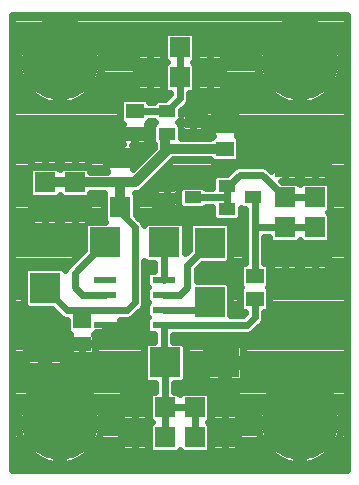
<source format=gbr>
G75*
G70*
%OFA0B0*%
%FSLAX24Y24*%
%IPPOS*%
%LPD*%
%AMOC8*
5,1,8,0,0,1.08239X$1,22.5*
%
%ADD10R,0.0551X0.0394*%
%ADD11R,0.0780X0.0220*%
%ADD12R,0.0650X0.0650*%
%ADD13R,0.0669X0.0709*%
%ADD14R,0.0591X0.0512*%
%ADD15R,0.0984X0.1004*%
%ADD16R,0.1004X0.0984*%
%ADD17C,0.2540*%
%ADD18C,0.0240*%
%ADD19C,0.0320*%
%ADD20C,0.0160*%
D10*
X006287Y011519D03*
X006287Y012267D03*
X007153Y011893D03*
X008287Y011519D03*
X008287Y012267D03*
X009153Y011893D03*
X007153Y014393D03*
X006287Y014019D03*
X006287Y014767D03*
D11*
X006190Y009143D03*
X006190Y008643D03*
X006190Y008143D03*
X006190Y007643D03*
X004250Y007643D03*
X004250Y008143D03*
X004250Y008643D03*
X004250Y009143D03*
D12*
X003220Y011393D03*
X003220Y012393D03*
X003220Y013393D03*
X002220Y013393D03*
X002220Y012393D03*
X002220Y011393D03*
X005720Y015893D03*
X005720Y016893D03*
X006720Y016893D03*
X006720Y015893D03*
X007720Y015893D03*
X007720Y016893D03*
X010220Y012893D03*
X010220Y011893D03*
X010220Y010893D03*
X010220Y009893D03*
X011220Y009893D03*
X011220Y010893D03*
X011220Y011893D03*
X011220Y012893D03*
X008220Y004893D03*
X008220Y003893D03*
X007220Y003893D03*
X006220Y003893D03*
X006220Y004893D03*
X007220Y004893D03*
X005220Y004893D03*
X005220Y003893D03*
D13*
X004720Y011586D03*
X004720Y013200D03*
D14*
X005220Y014019D03*
X005220Y014767D03*
X008220Y014267D03*
X008220Y013519D03*
X009220Y009267D03*
X009220Y008519D03*
X003470Y007767D03*
X003470Y007019D03*
D15*
X002220Y006899D03*
X002220Y008887D03*
X007720Y008399D03*
X007720Y010387D03*
D16*
X006214Y010393D03*
X004226Y010393D03*
X006226Y006393D03*
X008214Y006393D03*
D17*
X010720Y004393D03*
X002720Y004393D03*
X002720Y016393D03*
X010720Y016393D03*
D18*
X001140Y017973D02*
X001140Y002813D01*
X012300Y002813D01*
X012300Y017973D01*
X001140Y017973D01*
X001140Y017896D02*
X012300Y017896D01*
X012300Y017657D02*
X011301Y017657D01*
X011315Y017651D02*
X011189Y017704D01*
X011058Y017743D01*
X010924Y017770D01*
X010840Y017778D01*
X010840Y016513D01*
X012105Y016513D01*
X012097Y016598D01*
X012070Y016731D01*
X012030Y016862D01*
X011978Y016988D01*
X011914Y017109D01*
X011838Y017222D01*
X011751Y017328D01*
X011655Y017424D01*
X011549Y017511D01*
X011435Y017587D01*
X011315Y017651D01*
X011660Y017419D02*
X012300Y017419D01*
X012300Y017180D02*
X011866Y017180D01*
X011997Y016942D02*
X012300Y016942D01*
X012300Y016703D02*
X012076Y016703D01*
X012300Y016465D02*
X010840Y016465D01*
X010840Y016513D02*
X010840Y016273D01*
X010840Y015008D01*
X010924Y015017D01*
X011058Y015043D01*
X011189Y015083D01*
X011315Y015135D01*
X011435Y015200D01*
X011549Y015276D01*
X011655Y015362D01*
X011751Y015459D01*
X011838Y015564D01*
X011914Y015678D01*
X011978Y015798D01*
X012030Y015924D01*
X012070Y016055D01*
X012097Y016189D01*
X012105Y016273D01*
X010840Y016273D01*
X010600Y016273D01*
X010600Y015008D01*
X010516Y015017D01*
X010382Y015043D01*
X010251Y015083D01*
X010125Y015135D01*
X010005Y015200D01*
X009891Y015276D01*
X009785Y015362D01*
X009689Y015459D01*
X009602Y015564D01*
X009526Y015678D01*
X009462Y015798D01*
X009410Y015924D01*
X009370Y016055D01*
X009343Y016189D01*
X009335Y016273D01*
X010600Y016273D01*
X010600Y016513D01*
X009335Y016513D01*
X009343Y016598D01*
X009370Y016731D01*
X009410Y016862D01*
X009462Y016988D01*
X009526Y017109D01*
X009602Y017222D01*
X009689Y017328D01*
X009785Y017424D01*
X009891Y017511D01*
X010005Y017587D01*
X010125Y017651D01*
X010251Y017704D01*
X010382Y017743D01*
X010516Y017770D01*
X010600Y017778D01*
X010600Y016513D01*
X010840Y016513D01*
X010840Y016703D02*
X010600Y016703D01*
X010600Y016465D02*
X008106Y016465D01*
X008119Y016472D02*
X008141Y016495D01*
X008157Y016522D01*
X008165Y016553D01*
X008165Y016893D01*
X007720Y016893D01*
X007720Y016448D01*
X008061Y016448D01*
X008091Y016456D01*
X008119Y016472D01*
X008091Y016330D02*
X008061Y016338D01*
X007720Y016338D01*
X007379Y016338D01*
X007349Y016330D01*
X007321Y016314D01*
X007299Y016292D01*
X007283Y016265D01*
X007275Y016234D01*
X007275Y015893D01*
X007275Y015553D01*
X007283Y015522D01*
X007299Y015495D01*
X007321Y015472D01*
X007349Y015456D01*
X007379Y015448D01*
X007720Y015448D01*
X008061Y015448D01*
X008091Y015456D01*
X008119Y015472D01*
X008141Y015495D01*
X008157Y015522D01*
X008165Y015553D01*
X008165Y015893D01*
X007720Y015893D01*
X007720Y015448D01*
X007720Y015893D01*
X007720Y015893D01*
X007720Y015893D01*
X007275Y015893D01*
X007720Y015893D01*
X007720Y015893D01*
X008165Y015893D01*
X008165Y016234D01*
X008157Y016265D01*
X008141Y016292D01*
X008119Y016314D01*
X008091Y016330D01*
X008165Y016226D02*
X009340Y016226D01*
X009390Y015988D02*
X008165Y015988D01*
X008165Y015749D02*
X009488Y015749D01*
X009646Y015511D02*
X008150Y015511D01*
X007720Y015511D02*
X007720Y015511D01*
X007720Y015749D02*
X007720Y015749D01*
X007720Y015893D02*
X007720Y016338D01*
X007720Y015893D01*
X007720Y015893D01*
X007720Y015988D02*
X007720Y015988D01*
X007720Y016226D02*
X007720Y016226D01*
X007720Y016448D02*
X007720Y016893D01*
X007720Y016893D01*
X007720Y016893D01*
X007275Y016893D01*
X007275Y016553D01*
X007283Y016522D01*
X007299Y016495D01*
X007321Y016472D01*
X007349Y016456D01*
X007379Y016448D01*
X007720Y016448D01*
X007720Y016465D02*
X007720Y016465D01*
X007720Y016703D02*
X007720Y016703D01*
X007720Y016893D02*
X007720Y016893D01*
X008165Y016893D01*
X008165Y017234D01*
X008157Y017265D01*
X008141Y017292D01*
X008119Y017314D01*
X008091Y017330D01*
X008061Y017338D01*
X007720Y017338D01*
X007379Y017338D01*
X007349Y017330D01*
X007321Y017314D01*
X007299Y017292D01*
X007283Y017265D01*
X007275Y017234D01*
X007275Y016893D01*
X007720Y016893D01*
X007720Y017338D01*
X007720Y016893D01*
X007720Y016893D01*
X007720Y016942D02*
X007720Y016942D01*
X007720Y017180D02*
X007720Y017180D01*
X008165Y017180D02*
X009574Y017180D01*
X009443Y016942D02*
X008165Y016942D01*
X008165Y016703D02*
X009364Y016703D01*
X009780Y017419D02*
X003660Y017419D01*
X003655Y017424D02*
X003549Y017511D01*
X003435Y017587D01*
X003315Y017651D01*
X003189Y017704D01*
X003058Y017743D01*
X002924Y017770D01*
X002840Y017778D01*
X002840Y016513D01*
X004105Y016513D01*
X004097Y016598D01*
X004070Y016731D01*
X004030Y016862D01*
X003978Y016988D01*
X003914Y017109D01*
X003838Y017222D01*
X003751Y017328D01*
X003655Y017424D01*
X003866Y017180D02*
X005275Y017180D01*
X005275Y017234D02*
X005275Y016893D01*
X005275Y016553D01*
X005283Y016522D01*
X005299Y016495D01*
X005321Y016472D01*
X005349Y016456D01*
X005379Y016448D01*
X005720Y016448D01*
X006061Y016448D01*
X006091Y016456D01*
X006119Y016472D01*
X006141Y016495D01*
X006157Y016522D01*
X006165Y016553D01*
X006165Y016893D01*
X005720Y016893D01*
X005720Y016448D01*
X005720Y016893D01*
X005720Y016893D01*
X005720Y016893D01*
X005275Y016893D01*
X005720Y016893D01*
X005720Y016893D01*
X006165Y016893D01*
X006165Y017234D01*
X006157Y017265D01*
X006141Y017292D01*
X006119Y017314D01*
X006091Y017330D01*
X006061Y017338D01*
X005720Y017338D01*
X005379Y017338D01*
X005349Y017330D01*
X005321Y017314D01*
X005299Y017292D01*
X005283Y017265D01*
X005275Y017234D01*
X005275Y016942D02*
X003997Y016942D01*
X004076Y016703D02*
X005275Y016703D01*
X005334Y016465D02*
X002840Y016465D01*
X002840Y016513D02*
X002840Y016273D01*
X002840Y015008D01*
X002924Y015017D01*
X003058Y015043D01*
X003189Y015083D01*
X003315Y015135D01*
X003435Y015200D01*
X003549Y015276D01*
X003655Y015362D01*
X003751Y015459D01*
X003838Y015564D01*
X003914Y015678D01*
X003978Y015798D01*
X004030Y015924D01*
X004070Y016055D01*
X004097Y016189D01*
X004105Y016273D01*
X002840Y016273D01*
X002600Y016273D01*
X002600Y015008D01*
X002516Y015017D01*
X002382Y015043D01*
X002251Y015083D01*
X002125Y015135D01*
X002005Y015200D01*
X001891Y015276D01*
X001785Y015362D01*
X001689Y015459D01*
X001602Y015564D01*
X001526Y015678D01*
X001462Y015798D01*
X001410Y015924D01*
X001370Y016055D01*
X001343Y016189D01*
X001335Y016273D01*
X002600Y016273D01*
X002600Y016513D01*
X001335Y016513D01*
X001343Y016598D01*
X001370Y016731D01*
X001410Y016862D01*
X001462Y016988D01*
X001526Y017109D01*
X001602Y017222D01*
X001689Y017328D01*
X001785Y017424D01*
X001891Y017511D01*
X002005Y017587D01*
X002125Y017651D01*
X002251Y017704D01*
X002382Y017743D01*
X002516Y017770D01*
X002600Y017778D01*
X002600Y016513D01*
X002840Y016513D01*
X002840Y016703D02*
X002600Y016703D01*
X002600Y016465D02*
X001140Y016465D01*
X001140Y016703D02*
X001364Y016703D01*
X001443Y016942D02*
X001140Y016942D01*
X001140Y017180D02*
X001574Y017180D01*
X001780Y017419D02*
X001140Y017419D01*
X001140Y017657D02*
X002139Y017657D01*
X002600Y017657D02*
X002840Y017657D01*
X002840Y017419D02*
X002600Y017419D01*
X002600Y017180D02*
X002840Y017180D01*
X002840Y016942D02*
X002600Y016942D01*
X002600Y016226D02*
X002840Y016226D01*
X002840Y015988D02*
X002600Y015988D01*
X002600Y015749D02*
X002840Y015749D01*
X002840Y015511D02*
X002600Y015511D01*
X002600Y015272D02*
X002840Y015272D01*
X002840Y015034D02*
X002600Y015034D01*
X002430Y015034D02*
X001140Y015034D01*
X001140Y014795D02*
X004725Y014795D01*
X004725Y014557D02*
X001140Y014557D01*
X001140Y014318D02*
X004812Y014318D01*
X004813Y014322D02*
X004805Y014291D01*
X004805Y014027D01*
X005212Y014027D01*
X005212Y014011D01*
X005228Y014011D01*
X005228Y013643D01*
X005531Y013643D01*
X005562Y013652D01*
X005589Y013667D01*
X005611Y013690D01*
X005627Y013717D01*
X005635Y013748D01*
X005635Y014011D01*
X005228Y014011D01*
X005228Y014027D01*
X005635Y014027D01*
X005635Y014291D01*
X005627Y014322D01*
X005620Y014333D01*
X005715Y014429D01*
X005715Y014447D01*
X005852Y014447D01*
X005906Y014393D01*
X005811Y014299D01*
X005811Y013740D01*
X005860Y013691D01*
X005860Y013542D01*
X005790Y013472D01*
X005175Y012857D01*
X005175Y013153D01*
X004767Y013153D01*
X004767Y013248D01*
X004673Y013248D01*
X004673Y013675D01*
X004370Y013675D01*
X004339Y013667D01*
X004312Y013651D01*
X004289Y013628D01*
X004274Y013601D01*
X004265Y013571D01*
X004265Y013248D01*
X004673Y013248D01*
X004673Y013153D01*
X004265Y013153D01*
X004265Y012830D01*
X004274Y012800D01*
X004289Y012772D01*
X004308Y012753D01*
X003745Y012753D01*
X003745Y012801D01*
X003628Y012918D01*
X002812Y012918D01*
X002720Y012826D01*
X002628Y012918D01*
X001812Y012918D01*
X001695Y012801D01*
X001695Y011985D01*
X001812Y011868D01*
X002628Y011868D01*
X002720Y011960D01*
X002812Y011868D01*
X003628Y011868D01*
X003745Y011985D01*
X003745Y012033D01*
X004195Y012033D01*
X004185Y012023D01*
X004185Y011149D01*
X004249Y011085D01*
X003665Y011085D01*
X003665Y011393D01*
X003220Y011393D01*
X003220Y010948D01*
X003524Y010948D01*
X003524Y010144D01*
X002949Y009569D01*
X002910Y009475D01*
X002795Y009589D01*
X001645Y009589D01*
X001528Y009472D01*
X001528Y008303D01*
X001645Y008185D01*
X002469Y008185D01*
X002783Y007872D01*
X002900Y007823D01*
X002975Y007823D01*
X002975Y007429D01*
X003070Y007333D01*
X003063Y007322D01*
X003055Y007291D01*
X003055Y007027D01*
X003462Y007027D01*
X003462Y007011D01*
X003478Y007011D01*
X003478Y006643D01*
X003781Y006643D01*
X003812Y006652D01*
X003839Y006667D01*
X003861Y006690D01*
X003877Y006717D01*
X003885Y006748D01*
X003885Y007011D01*
X003478Y007011D01*
X003478Y007027D01*
X003885Y007027D01*
X003885Y007291D01*
X003877Y007322D01*
X003870Y007333D01*
X003950Y007413D01*
X004250Y007413D01*
X004656Y007413D01*
X004686Y007421D01*
X004714Y007437D01*
X004736Y007460D01*
X004752Y007487D01*
X004760Y007518D01*
X004760Y007643D01*
X004250Y007643D01*
X004250Y007413D01*
X004250Y007643D01*
X004250Y007643D01*
X004250Y007643D01*
X004760Y007643D01*
X004760Y007769D01*
X004752Y007800D01*
X004738Y007823D01*
X005034Y007823D01*
X005151Y007872D01*
X005241Y007962D01*
X005401Y008122D01*
X005491Y008212D01*
X005540Y008330D01*
X005540Y009790D01*
X005629Y009701D01*
X005870Y009701D01*
X005870Y009453D01*
X005717Y009453D01*
X005600Y009336D01*
X005600Y008950D01*
X005657Y008893D01*
X005600Y008836D01*
X005600Y008450D01*
X005657Y008393D01*
X005600Y008336D01*
X005600Y007950D01*
X005657Y007893D01*
X005600Y007836D01*
X005600Y007450D01*
X005717Y007333D01*
X005870Y007333D01*
X005870Y007085D01*
X005641Y007085D01*
X005524Y006968D01*
X005524Y005818D01*
X005641Y005701D01*
X005900Y005701D01*
X005900Y005418D01*
X005812Y005418D01*
X005695Y005301D01*
X005695Y004485D01*
X005787Y004393D01*
X005695Y004301D01*
X005695Y003485D01*
X005812Y003368D01*
X006628Y003368D01*
X006720Y003460D01*
X006812Y003368D01*
X007628Y003368D01*
X007745Y003485D01*
X007745Y004301D01*
X007653Y004393D01*
X007745Y004485D01*
X007745Y005301D01*
X007628Y005418D01*
X006812Y005418D01*
X006720Y005326D01*
X006628Y005418D01*
X006540Y005418D01*
X006540Y005701D01*
X006811Y005701D01*
X006928Y005818D01*
X006928Y006968D01*
X006811Y007085D01*
X006510Y007085D01*
X006510Y007323D01*
X009034Y007323D01*
X009151Y007372D01*
X009401Y007622D01*
X009491Y007712D01*
X009540Y007830D01*
X009540Y008063D01*
X009598Y008063D01*
X009715Y008181D01*
X009715Y008858D01*
X009680Y008893D01*
X009715Y008929D01*
X009715Y009606D01*
X009598Y009723D01*
X009540Y009723D01*
X009540Y010573D01*
X009695Y010573D01*
X009695Y010485D01*
X009812Y010368D01*
X010628Y010368D01*
X010720Y010460D01*
X010812Y010368D01*
X011628Y010368D01*
X011745Y010485D01*
X011745Y011301D01*
X011653Y011393D01*
X011745Y011485D01*
X011745Y012301D01*
X011628Y012418D01*
X010812Y012418D01*
X010720Y012326D01*
X010628Y012418D01*
X010148Y012418D01*
X010118Y012448D01*
X010220Y012448D01*
X010561Y012448D01*
X010591Y012456D01*
X010619Y012472D01*
X010641Y012495D01*
X010657Y012522D01*
X010665Y012553D01*
X010665Y012893D01*
X010220Y012893D01*
X010220Y012448D01*
X010220Y012893D01*
X010220Y012893D01*
X009775Y012893D01*
X009775Y012791D01*
X009651Y012915D01*
X009534Y012963D01*
X008656Y012963D01*
X008539Y012915D01*
X008449Y012825D01*
X008288Y012664D01*
X007928Y012664D01*
X007811Y012547D01*
X007811Y012213D01*
X007588Y012213D01*
X007512Y012290D01*
X006795Y012290D01*
X006683Y012178D01*
X006683Y012267D01*
X006287Y012267D01*
X006287Y011950D01*
X006578Y011950D01*
X006609Y011959D01*
X006636Y011974D01*
X006659Y011997D01*
X006674Y012024D01*
X006677Y012036D01*
X006677Y011751D01*
X006674Y011762D01*
X006659Y011790D01*
X006636Y011812D01*
X006609Y011828D01*
X006578Y011836D01*
X006287Y011836D01*
X006287Y011519D01*
X006287Y011202D01*
X006578Y011202D01*
X006609Y011211D01*
X006636Y011226D01*
X006659Y011249D01*
X006674Y011276D01*
X006683Y011307D01*
X006683Y011519D01*
X006287Y011519D01*
X006287Y011519D01*
X006287Y011202D01*
X005996Y011202D01*
X005965Y011211D01*
X005938Y011226D01*
X005915Y011249D01*
X005900Y011276D01*
X005891Y011307D01*
X005891Y011519D01*
X006287Y011519D01*
X006287Y011519D01*
X006287Y011519D01*
X006683Y011519D01*
X006683Y011609D01*
X006795Y011496D01*
X007512Y011496D01*
X007588Y011573D01*
X007811Y011573D01*
X007811Y011240D01*
X007928Y011122D01*
X008645Y011122D01*
X008763Y011240D01*
X008763Y011529D01*
X008795Y011496D01*
X008900Y011496D01*
X008900Y009723D01*
X008842Y009723D01*
X008725Y009606D01*
X008725Y008929D01*
X008760Y008893D01*
X008725Y008858D01*
X008725Y008181D01*
X008842Y008063D01*
X008900Y008063D01*
X008900Y008026D01*
X008837Y007963D01*
X008412Y007963D01*
X008412Y008984D01*
X008295Y009101D01*
X007290Y009101D01*
X007290Y009505D01*
X007471Y009685D01*
X008295Y009685D01*
X008412Y009803D01*
X008412Y010972D01*
X008295Y011089D01*
X007145Y011089D01*
X007028Y010972D01*
X007028Y010148D01*
X006916Y010036D01*
X006916Y010968D01*
X006799Y011085D01*
X005629Y011085D01*
X005529Y010985D01*
X005491Y011075D01*
X005401Y011165D01*
X005255Y011311D01*
X005255Y012023D01*
X005245Y012033D01*
X005292Y012033D01*
X005424Y012088D01*
X006299Y012963D01*
X006495Y013159D01*
X007746Y013159D01*
X007842Y013063D01*
X008598Y013063D01*
X008715Y013181D01*
X008715Y013858D01*
X008620Y013953D01*
X008627Y013965D01*
X008635Y013996D01*
X008635Y014259D01*
X008228Y014259D01*
X008228Y014275D01*
X008635Y014275D01*
X008635Y014539D01*
X008627Y014570D01*
X008611Y014597D01*
X008589Y014619D01*
X008562Y014635D01*
X008531Y014643D01*
X008228Y014643D01*
X008228Y014275D01*
X008212Y014275D01*
X008212Y014259D01*
X007805Y014259D01*
X007805Y013996D01*
X007813Y013965D01*
X007820Y013953D01*
X007746Y013879D01*
X006763Y013879D01*
X006763Y014162D01*
X006766Y014150D01*
X006781Y014123D01*
X006804Y014100D01*
X006831Y014085D01*
X006862Y014076D01*
X007153Y014076D01*
X007153Y014393D01*
X007153Y014393D01*
X007153Y014076D01*
X007444Y014076D01*
X007475Y014085D01*
X007502Y014100D01*
X007525Y014123D01*
X007540Y014150D01*
X007549Y014181D01*
X007549Y014393D01*
X007153Y014393D01*
X006757Y014393D01*
X006757Y014304D01*
X006668Y014393D01*
X006757Y014483D01*
X006757Y014393D01*
X007153Y014393D01*
X007153Y014393D01*
X007153Y014393D01*
X007549Y014393D01*
X007549Y014606D01*
X007540Y014636D01*
X007525Y014664D01*
X007502Y014686D01*
X007475Y014702D01*
X007444Y014710D01*
X007153Y014710D01*
X006862Y014710D01*
X006831Y014702D01*
X006804Y014686D01*
X006781Y014664D01*
X006766Y014636D01*
X006763Y014625D01*
X006763Y014790D01*
X006991Y015019D01*
X007040Y015137D01*
X007040Y015368D01*
X007128Y015368D01*
X007245Y015485D01*
X007245Y016301D01*
X007153Y016393D01*
X007245Y016485D01*
X007245Y017301D01*
X007128Y017418D01*
X006312Y017418D01*
X006195Y017301D01*
X006195Y016485D01*
X006287Y016393D01*
X006195Y016301D01*
X006195Y015485D01*
X006312Y015368D01*
X006400Y015368D01*
X006400Y015333D01*
X006231Y015164D01*
X005928Y015164D01*
X005852Y015087D01*
X005715Y015087D01*
X005715Y015106D01*
X005598Y015223D01*
X004842Y015223D01*
X004725Y015106D01*
X004725Y014429D01*
X004820Y014333D01*
X004813Y014322D01*
X004805Y014080D02*
X001140Y014080D01*
X001140Y013841D02*
X004805Y013841D01*
X004805Y013748D02*
X004813Y013717D01*
X004829Y013690D01*
X004844Y013675D01*
X004767Y013675D01*
X004767Y013248D01*
X005175Y013248D01*
X005175Y013571D01*
X005166Y013601D01*
X005151Y013628D01*
X005136Y013643D01*
X005212Y013643D01*
X005212Y014011D01*
X004805Y014011D01*
X004805Y013748D01*
X004767Y013603D02*
X004673Y013603D01*
X004673Y013364D02*
X004767Y013364D01*
X005175Y013364D02*
X005682Y013364D01*
X005443Y013126D02*
X005175Y013126D01*
X005175Y012887D02*
X005205Y012887D01*
X005165Y013603D02*
X005860Y013603D01*
X005811Y013841D02*
X005635Y013841D01*
X005635Y014080D02*
X005811Y014080D01*
X005831Y014318D02*
X005628Y014318D01*
X005220Y014767D02*
X006287Y014767D01*
X006720Y015200D01*
X006720Y015893D01*
X006720Y016893D01*
X007245Y016942D02*
X007275Y016942D01*
X007275Y017180D02*
X007245Y017180D01*
X007245Y016703D02*
X007275Y016703D01*
X007224Y016465D02*
X007334Y016465D01*
X007275Y016226D02*
X007245Y016226D01*
X007245Y015988D02*
X007275Y015988D01*
X007275Y015749D02*
X007245Y015749D01*
X007245Y015511D02*
X007290Y015511D01*
X007040Y015272D02*
X009896Y015272D01*
X010430Y015034D02*
X006997Y015034D01*
X007153Y014710D02*
X007153Y014393D01*
X007153Y014393D01*
X007153Y014710D01*
X007153Y014557D02*
X007153Y014557D01*
X007153Y014318D02*
X007153Y014318D01*
X007153Y014080D02*
X007153Y014080D01*
X006849Y014080D02*
X006763Y014080D01*
X006743Y014318D02*
X006757Y014318D01*
X006767Y014795D02*
X012300Y014795D01*
X012300Y014557D02*
X008631Y014557D01*
X008635Y014318D02*
X012300Y014318D01*
X012300Y014080D02*
X008635Y014080D01*
X008715Y013841D02*
X012300Y013841D01*
X012300Y013603D02*
X008715Y013603D01*
X008715Y013364D02*
X012300Y013364D01*
X012300Y013126D02*
X011665Y013126D01*
X011665Y013234D02*
X011665Y012893D01*
X011665Y012553D01*
X011657Y012522D01*
X011641Y012495D01*
X011619Y012472D01*
X011591Y012456D01*
X011561Y012448D01*
X011220Y012448D01*
X011220Y012893D01*
X011220Y012893D01*
X011220Y012448D01*
X010879Y012448D01*
X010849Y012456D01*
X010821Y012472D01*
X010799Y012495D01*
X010783Y012522D01*
X010775Y012553D01*
X010775Y012893D01*
X011220Y012893D01*
X011220Y012893D01*
X011220Y012893D01*
X011665Y012893D01*
X011220Y012893D01*
X010775Y012893D01*
X010775Y013234D01*
X010783Y013265D01*
X010799Y013292D01*
X010821Y013314D01*
X010849Y013330D01*
X010879Y013338D01*
X011220Y013338D01*
X011220Y012893D01*
X011220Y012893D01*
X011220Y013338D01*
X011561Y013338D01*
X011591Y013330D01*
X011619Y013314D01*
X011641Y013292D01*
X011657Y013265D01*
X011665Y013234D01*
X011665Y012887D02*
X012300Y012887D01*
X012300Y012649D02*
X011665Y012649D01*
X011636Y012410D02*
X012300Y012410D01*
X012300Y012172D02*
X011745Y012172D01*
X011745Y011933D02*
X012300Y011933D01*
X012300Y011695D02*
X011745Y011695D01*
X011716Y011456D02*
X012300Y011456D01*
X012300Y011218D02*
X011745Y011218D01*
X011745Y010979D02*
X012300Y010979D01*
X012300Y010741D02*
X011745Y010741D01*
X011745Y010502D02*
X012300Y010502D01*
X012300Y010264D02*
X011657Y010264D01*
X011657Y010265D02*
X011641Y010292D01*
X011619Y010314D01*
X011591Y010330D01*
X011561Y010338D01*
X011220Y010338D01*
X010879Y010338D01*
X010849Y010330D01*
X010821Y010314D01*
X010799Y010292D01*
X010783Y010265D01*
X010775Y010234D01*
X010775Y009893D01*
X010775Y009553D01*
X010783Y009522D01*
X010799Y009495D01*
X010821Y009472D01*
X010849Y009456D01*
X010879Y009448D01*
X011220Y009448D01*
X011561Y009448D01*
X011591Y009456D01*
X011619Y009472D01*
X011641Y009495D01*
X011657Y009522D01*
X011665Y009553D01*
X011665Y009893D01*
X011220Y009893D01*
X011220Y009448D01*
X011220Y009893D01*
X011220Y009893D01*
X010775Y009893D01*
X011220Y009893D01*
X011220Y009893D01*
X011220Y009893D01*
X011665Y009893D01*
X011665Y010234D01*
X011657Y010265D01*
X011665Y010025D02*
X012300Y010025D01*
X012300Y009787D02*
X011665Y009787D01*
X011664Y009548D02*
X012300Y009548D01*
X012300Y009310D02*
X009715Y009310D01*
X009821Y009472D02*
X009849Y009456D01*
X009879Y009448D01*
X010220Y009448D01*
X010561Y009448D01*
X010591Y009456D01*
X010619Y009472D01*
X010641Y009495D01*
X010657Y009522D01*
X010665Y009553D01*
X010665Y009893D01*
X010220Y009893D01*
X010220Y009448D01*
X010220Y009893D01*
X010220Y009893D01*
X009775Y009893D01*
X009775Y009553D01*
X009783Y009522D01*
X009799Y009495D01*
X009821Y009472D01*
X009776Y009548D02*
X009715Y009548D01*
X009775Y009787D02*
X009540Y009787D01*
X009540Y010025D02*
X009775Y010025D01*
X009775Y009893D02*
X010220Y009893D01*
X010220Y009893D01*
X010220Y009893D01*
X010665Y009893D01*
X010665Y010234D01*
X010657Y010265D01*
X010641Y010292D01*
X010619Y010314D01*
X010591Y010330D01*
X010561Y010338D01*
X010220Y010338D01*
X009879Y010338D01*
X009849Y010330D01*
X009821Y010314D01*
X009799Y010292D01*
X009783Y010265D01*
X009775Y010234D01*
X009775Y009893D01*
X009783Y010264D02*
X009540Y010264D01*
X009540Y010502D02*
X009695Y010502D01*
X010220Y010338D02*
X010220Y009893D01*
X010220Y009893D01*
X010220Y010338D01*
X010220Y010264D02*
X010220Y010264D01*
X010220Y010025D02*
X010220Y010025D01*
X010220Y009787D02*
X010220Y009787D01*
X010220Y009548D02*
X010220Y009548D01*
X010664Y009548D02*
X010776Y009548D01*
X010775Y009787D02*
X010665Y009787D01*
X010665Y010025D02*
X010775Y010025D01*
X010783Y010264D02*
X010657Y010264D01*
X010220Y010893D02*
X009220Y010893D01*
X009220Y011826D01*
X009153Y011893D01*
X008900Y011456D02*
X008763Y011456D01*
X008741Y011218D02*
X008900Y011218D01*
X008900Y010979D02*
X008405Y010979D01*
X008412Y010741D02*
X008900Y010741D01*
X008900Y010502D02*
X008412Y010502D01*
X008412Y010264D02*
X008900Y010264D01*
X008900Y010025D02*
X008412Y010025D01*
X008396Y009787D02*
X008900Y009787D01*
X008725Y009548D02*
X007333Y009548D01*
X007290Y009310D02*
X008725Y009310D01*
X008725Y009071D02*
X008325Y009071D01*
X008412Y008833D02*
X008725Y008833D01*
X008725Y008594D02*
X008412Y008594D01*
X008412Y008356D02*
X008725Y008356D01*
X008788Y008117D02*
X008412Y008117D01*
X008970Y007643D02*
X009220Y007893D01*
X009220Y008519D01*
X009652Y008117D02*
X012300Y008117D01*
X012300Y007879D02*
X009540Y007879D01*
X009420Y007640D02*
X012300Y007640D01*
X012300Y007402D02*
X009181Y007402D01*
X008970Y007643D02*
X006190Y007643D01*
X006190Y006893D01*
X006220Y006863D01*
X006220Y004893D01*
X007220Y004893D01*
X007220Y003893D01*
X007745Y003824D02*
X007775Y003824D01*
X007775Y003893D02*
X007775Y003553D01*
X007783Y003522D01*
X007799Y003495D01*
X007821Y003472D01*
X007849Y003456D01*
X007879Y003448D01*
X008220Y003448D01*
X008561Y003448D01*
X008591Y003456D01*
X008619Y003472D01*
X008641Y003495D01*
X008657Y003522D01*
X008665Y003553D01*
X008665Y003893D01*
X008220Y003893D01*
X008220Y003448D01*
X008220Y003893D01*
X008220Y003893D01*
X008220Y003893D01*
X007775Y003893D01*
X008220Y003893D01*
X008220Y003893D01*
X008665Y003893D01*
X008665Y004234D01*
X008657Y004265D01*
X008641Y004292D01*
X008619Y004314D01*
X008591Y004330D01*
X008561Y004338D01*
X008220Y004338D01*
X007879Y004338D01*
X007849Y004330D01*
X007821Y004314D01*
X007799Y004292D01*
X007783Y004265D01*
X007775Y004234D01*
X007775Y003893D01*
X007775Y004063D02*
X007745Y004063D01*
X007745Y004301D02*
X007808Y004301D01*
X007849Y004456D02*
X007879Y004448D01*
X008220Y004448D01*
X008561Y004448D01*
X008591Y004456D01*
X008619Y004472D01*
X008641Y004495D01*
X008657Y004522D01*
X008665Y004553D01*
X008665Y004893D01*
X008220Y004893D01*
X008220Y004448D01*
X008220Y004893D01*
X008220Y004893D01*
X008220Y004893D01*
X007775Y004893D01*
X007775Y004553D01*
X007783Y004522D01*
X007799Y004495D01*
X007821Y004472D01*
X007849Y004456D01*
X007778Y004540D02*
X007745Y004540D01*
X007745Y004778D02*
X007775Y004778D01*
X007775Y004893D02*
X008220Y004893D01*
X008220Y004893D01*
X008665Y004893D01*
X008665Y005234D01*
X008657Y005265D01*
X008641Y005292D01*
X008619Y005314D01*
X008591Y005330D01*
X008561Y005338D01*
X008220Y005338D01*
X007879Y005338D01*
X007849Y005330D01*
X007821Y005314D01*
X007799Y005292D01*
X007783Y005265D01*
X007775Y005234D01*
X007775Y004893D01*
X007775Y005017D02*
X007745Y005017D01*
X007745Y005255D02*
X007781Y005255D01*
X008220Y005255D02*
X008220Y005255D01*
X008220Y005338D02*
X008220Y004893D01*
X008220Y004893D01*
X008220Y005338D01*
X008220Y005017D02*
X008220Y005017D01*
X008220Y004778D02*
X008220Y004778D01*
X008220Y004540D02*
X008220Y004540D01*
X008220Y004338D02*
X008220Y003893D01*
X008220Y003893D01*
X008220Y004338D01*
X008220Y004301D02*
X008220Y004301D01*
X008220Y004063D02*
X008220Y004063D01*
X008220Y003824D02*
X008220Y003824D01*
X008220Y003586D02*
X008220Y003586D01*
X008665Y003586D02*
X009588Y003586D01*
X009602Y003564D02*
X009689Y003459D01*
X009785Y003362D01*
X009891Y003276D01*
X010005Y003200D01*
X010125Y003135D01*
X010251Y003083D01*
X010382Y003043D01*
X010516Y003017D01*
X010600Y003008D01*
X010600Y004273D01*
X010840Y004273D01*
X010840Y003008D01*
X010924Y003017D01*
X011058Y003043D01*
X011189Y003083D01*
X011315Y003135D01*
X011435Y003200D01*
X011549Y003276D01*
X011655Y003362D01*
X011751Y003459D01*
X011838Y003564D01*
X011914Y003678D01*
X011978Y003798D01*
X012030Y003924D01*
X012070Y004055D01*
X012097Y004189D01*
X012105Y004273D01*
X010840Y004273D01*
X010840Y004513D01*
X012105Y004513D01*
X012097Y004598D01*
X012070Y004731D01*
X012030Y004862D01*
X011978Y004988D01*
X011914Y005109D01*
X011838Y005222D01*
X011751Y005328D01*
X011655Y005424D01*
X011549Y005511D01*
X011435Y005587D01*
X011315Y005651D01*
X011189Y005704D01*
X011058Y005743D01*
X010924Y005770D01*
X010840Y005778D01*
X010840Y004513D01*
X010600Y004513D01*
X010600Y004273D01*
X009335Y004273D01*
X009343Y004189D01*
X009370Y004055D01*
X009410Y003924D01*
X009462Y003798D01*
X009526Y003678D01*
X009602Y003564D01*
X009451Y003824D02*
X008665Y003824D01*
X008665Y004063D02*
X009369Y004063D01*
X009335Y004513D02*
X010600Y004513D01*
X010600Y005778D01*
X010516Y005770D01*
X010382Y005743D01*
X010251Y005704D01*
X010125Y005651D01*
X010005Y005587D01*
X009891Y005511D01*
X009785Y005424D01*
X009689Y005328D01*
X009602Y005222D01*
X009526Y005109D01*
X009462Y004988D01*
X009410Y004862D01*
X009370Y004731D01*
X009343Y004598D01*
X009335Y004513D01*
X009338Y004540D02*
X008662Y004540D01*
X008665Y004778D02*
X009384Y004778D01*
X009477Y005017D02*
X008665Y005017D01*
X008659Y005255D02*
X009629Y005255D01*
X009870Y005494D02*
X006540Y005494D01*
X006842Y005732D02*
X010346Y005732D01*
X010600Y005732D02*
X010840Y005732D01*
X010840Y005494D02*
X010600Y005494D01*
X010600Y005255D02*
X010840Y005255D01*
X010840Y005017D02*
X010600Y005017D01*
X010600Y004778D02*
X010840Y004778D01*
X010840Y004540D02*
X010600Y004540D01*
X010600Y004301D02*
X008632Y004301D01*
X007775Y003586D02*
X007745Y003586D01*
X006220Y003893D02*
X006220Y004893D01*
X005900Y005494D02*
X003570Y005494D01*
X003549Y005511D02*
X003435Y005587D01*
X003315Y005651D01*
X003189Y005704D01*
X003058Y005743D01*
X002924Y005770D01*
X002840Y005778D01*
X002840Y004513D01*
X004105Y004513D01*
X004097Y004598D01*
X004070Y004731D01*
X004030Y004862D01*
X003978Y004988D01*
X003914Y005109D01*
X003838Y005222D01*
X003751Y005328D01*
X003655Y005424D01*
X003549Y005511D01*
X003811Y005255D02*
X004781Y005255D01*
X004783Y005265D02*
X004775Y005234D01*
X004775Y004893D01*
X004775Y004553D01*
X004783Y004522D01*
X004799Y004495D01*
X004821Y004472D01*
X004849Y004456D01*
X004879Y004448D01*
X005220Y004448D01*
X005561Y004448D01*
X005591Y004456D01*
X005619Y004472D01*
X005641Y004495D01*
X005657Y004522D01*
X005665Y004553D01*
X005665Y004893D01*
X005220Y004893D01*
X005220Y004448D01*
X005220Y004893D01*
X005220Y004893D01*
X005220Y004893D01*
X004775Y004893D01*
X005220Y004893D01*
X005220Y004893D01*
X005665Y004893D01*
X005665Y005234D01*
X005657Y005265D01*
X005641Y005292D01*
X005619Y005314D01*
X005591Y005330D01*
X005561Y005338D01*
X005220Y005338D01*
X004879Y005338D01*
X004849Y005330D01*
X004821Y005314D01*
X004799Y005292D01*
X004783Y005265D01*
X004775Y005017D02*
X003963Y005017D01*
X004056Y004778D02*
X004775Y004778D01*
X004778Y004540D02*
X004102Y004540D01*
X004105Y004273D02*
X002840Y004273D01*
X002840Y003008D01*
X002924Y003017D01*
X003058Y003043D01*
X003189Y003083D01*
X003315Y003135D01*
X003435Y003200D01*
X003549Y003276D01*
X003655Y003362D01*
X003751Y003459D01*
X003838Y003564D01*
X003914Y003678D01*
X003978Y003798D01*
X004030Y003924D01*
X004070Y004055D01*
X004097Y004189D01*
X004105Y004273D01*
X004071Y004063D02*
X004775Y004063D01*
X004775Y003893D02*
X005220Y003893D01*
X005220Y003448D01*
X005561Y003448D01*
X005591Y003456D01*
X005619Y003472D01*
X005641Y003495D01*
X005657Y003522D01*
X005665Y003553D01*
X005665Y003893D01*
X005220Y003893D01*
X005220Y003893D01*
X005220Y003448D01*
X004879Y003448D01*
X004849Y003456D01*
X004821Y003472D01*
X004799Y003495D01*
X004783Y003522D01*
X004775Y003553D01*
X004775Y003893D01*
X005220Y003893D01*
X005220Y003893D01*
X005220Y003893D01*
X005665Y003893D01*
X005665Y004234D01*
X005657Y004265D01*
X005641Y004292D01*
X005619Y004314D01*
X005591Y004330D01*
X005561Y004338D01*
X005220Y004338D01*
X004879Y004338D01*
X004849Y004330D01*
X004821Y004314D01*
X004799Y004292D01*
X004783Y004265D01*
X004775Y004234D01*
X004775Y003893D01*
X004775Y003824D02*
X003989Y003824D01*
X003852Y003586D02*
X004775Y003586D01*
X005220Y003586D02*
X005220Y003586D01*
X005220Y003824D02*
X005220Y003824D01*
X005220Y003893D02*
X005220Y004338D01*
X005220Y003893D01*
X005220Y003893D01*
X005220Y004063D02*
X005220Y004063D01*
X005220Y004301D02*
X005220Y004301D01*
X005220Y004540D02*
X005220Y004540D01*
X005220Y004778D02*
X005220Y004778D01*
X005220Y004893D02*
X005220Y005338D01*
X005220Y004893D01*
X005220Y004893D01*
X005220Y005017D02*
X005220Y005017D01*
X005220Y005255D02*
X005220Y005255D01*
X005659Y005255D02*
X005695Y005255D01*
X005695Y005017D02*
X005665Y005017D01*
X005665Y004778D02*
X005695Y004778D01*
X005695Y004540D02*
X005662Y004540D01*
X005632Y004301D02*
X005695Y004301D01*
X005695Y004063D02*
X005665Y004063D01*
X005665Y003824D02*
X005695Y003824D01*
X005695Y003586D02*
X005665Y003586D01*
X004808Y004301D02*
X002840Y004301D01*
X002840Y004273D02*
X002840Y004513D01*
X002600Y004513D01*
X002600Y004273D01*
X002840Y004273D01*
X002840Y004063D02*
X002600Y004063D01*
X002600Y004273D02*
X002600Y003008D01*
X002516Y003017D01*
X002382Y003043D01*
X002251Y003083D01*
X002125Y003135D01*
X002005Y003200D01*
X001891Y003276D01*
X001785Y003362D01*
X001689Y003459D01*
X001602Y003564D01*
X001526Y003678D01*
X001462Y003798D01*
X001410Y003924D01*
X001370Y004055D01*
X001343Y004189D01*
X001335Y004273D01*
X002600Y004273D01*
X002600Y004301D02*
X001140Y004301D01*
X001140Y004540D02*
X001338Y004540D01*
X001335Y004513D02*
X002600Y004513D01*
X002600Y005778D01*
X002516Y005770D01*
X002382Y005743D01*
X002251Y005704D01*
X002125Y005651D01*
X002005Y005587D01*
X001891Y005511D01*
X001785Y005424D01*
X001689Y005328D01*
X001602Y005222D01*
X001526Y005109D01*
X001462Y004988D01*
X001410Y004862D01*
X001370Y004731D01*
X001343Y004598D01*
X001335Y004513D01*
X001384Y004778D02*
X001140Y004778D01*
X001140Y005017D02*
X001477Y005017D01*
X001629Y005255D02*
X001140Y005255D01*
X001140Y005494D02*
X001870Y005494D01*
X002346Y005732D02*
X001140Y005732D01*
X001140Y005971D02*
X005524Y005971D01*
X005524Y006209D02*
X001140Y006209D01*
X001140Y006448D02*
X001608Y006448D01*
X001608Y006381D02*
X001616Y006351D01*
X001632Y006324D01*
X001654Y006301D01*
X001682Y006285D01*
X001712Y006277D01*
X002100Y006277D01*
X002100Y006779D01*
X002340Y006779D01*
X002340Y006277D01*
X002728Y006277D01*
X002758Y006285D01*
X002786Y006301D01*
X002808Y006324D01*
X002824Y006351D01*
X002832Y006381D01*
X002832Y006779D01*
X002340Y006779D01*
X002340Y007019D01*
X002832Y007019D01*
X002832Y007417D01*
X002824Y007447D01*
X002808Y007475D01*
X002786Y007497D01*
X002758Y007513D01*
X002728Y007521D01*
X002340Y007521D01*
X002340Y007019D01*
X002100Y007019D01*
X002100Y006779D01*
X001608Y006779D01*
X001608Y006381D01*
X001608Y006686D02*
X001140Y006686D01*
X001140Y006925D02*
X002100Y006925D01*
X002100Y007019D02*
X001608Y007019D01*
X001608Y007417D01*
X001616Y007447D01*
X001632Y007475D01*
X001654Y007497D01*
X001682Y007513D01*
X001712Y007521D01*
X002100Y007521D01*
X002100Y007019D01*
X002100Y007163D02*
X002340Y007163D01*
X002340Y006925D02*
X003055Y006925D01*
X003055Y007011D02*
X003055Y006748D01*
X003063Y006717D01*
X003079Y006690D01*
X003101Y006667D01*
X003128Y006652D01*
X003159Y006643D01*
X003462Y006643D01*
X003462Y007011D01*
X003055Y007011D01*
X003055Y007163D02*
X002832Y007163D01*
X002832Y007402D02*
X003001Y007402D01*
X002975Y007640D02*
X001140Y007640D01*
X001140Y007879D02*
X002776Y007879D01*
X002964Y008143D02*
X002220Y008887D01*
X001528Y008833D02*
X001140Y008833D01*
X001140Y009071D02*
X001528Y009071D01*
X001528Y009310D02*
X001140Y009310D01*
X001140Y009548D02*
X001604Y009548D01*
X001140Y009787D02*
X003167Y009787D01*
X002940Y009548D02*
X002836Y009548D01*
X003220Y009387D02*
X004226Y010393D01*
X003524Y010502D02*
X001140Y010502D01*
X001140Y010264D02*
X003524Y010264D01*
X003405Y010025D02*
X001140Y010025D01*
X001140Y010741D02*
X003524Y010741D01*
X003220Y010948D02*
X003220Y011393D01*
X003220Y011393D01*
X002775Y011393D01*
X002775Y011053D01*
X002783Y011022D01*
X002799Y010995D01*
X002821Y010972D01*
X002849Y010956D01*
X002879Y010948D01*
X003220Y010948D01*
X003220Y010979D02*
X003220Y010979D01*
X003220Y011218D02*
X003220Y011218D01*
X003220Y011393D02*
X003220Y011393D01*
X003220Y011393D01*
X002775Y011393D01*
X002775Y011734D01*
X002783Y011765D01*
X002799Y011792D01*
X002821Y011814D01*
X002849Y011830D01*
X002879Y011838D01*
X003220Y011838D01*
X003220Y011393D01*
X003665Y011393D01*
X003665Y011734D01*
X003657Y011765D01*
X003641Y011792D01*
X003619Y011814D01*
X003591Y011830D01*
X003561Y011838D01*
X003220Y011838D01*
X003220Y011393D01*
X003220Y011393D01*
X003220Y011456D02*
X003220Y011456D01*
X003220Y011695D02*
X003220Y011695D01*
X003665Y011695D02*
X004185Y011695D01*
X004185Y011456D02*
X003665Y011456D01*
X003665Y011218D02*
X004185Y011218D01*
X004720Y011393D02*
X005220Y010893D01*
X005220Y008393D01*
X004970Y008143D01*
X004250Y008143D01*
X003720Y008143D01*
X002964Y008143D01*
X002538Y008117D02*
X001140Y008117D01*
X001140Y008356D02*
X001528Y008356D01*
X001528Y008594D02*
X001140Y008594D01*
X001140Y007402D02*
X001608Y007402D01*
X001608Y007163D02*
X001140Y007163D01*
X002100Y007402D02*
X002340Y007402D01*
X002220Y006899D02*
X003600Y006899D01*
X003470Y007019D01*
X003462Y006925D02*
X003478Y006925D01*
X003462Y006686D02*
X003478Y006686D01*
X003858Y006686D02*
X005524Y006686D01*
X005524Y006448D02*
X002832Y006448D01*
X002832Y006686D02*
X003082Y006686D01*
X002340Y006686D02*
X002100Y006686D01*
X002100Y006448D02*
X002340Y006448D01*
X002600Y005732D02*
X002840Y005732D01*
X002840Y005494D02*
X002600Y005494D01*
X002600Y005255D02*
X002840Y005255D01*
X002840Y005017D02*
X002600Y005017D01*
X002600Y004778D02*
X002840Y004778D01*
X002840Y004540D02*
X002600Y004540D01*
X002600Y003824D02*
X002840Y003824D01*
X002840Y003586D02*
X002600Y003586D01*
X002600Y003347D02*
X002840Y003347D01*
X002840Y003109D02*
X002600Y003109D01*
X002189Y003109D02*
X001140Y003109D01*
X001140Y003347D02*
X001803Y003347D01*
X001588Y003586D02*
X001140Y003586D01*
X001140Y003824D02*
X001451Y003824D01*
X001369Y004063D02*
X001140Y004063D01*
X001140Y002870D02*
X012300Y002870D01*
X012300Y003109D02*
X011251Y003109D01*
X011637Y003347D02*
X012300Y003347D01*
X012300Y003586D02*
X011852Y003586D01*
X011989Y003824D02*
X012300Y003824D01*
X012300Y004063D02*
X012071Y004063D01*
X012300Y004301D02*
X010840Y004301D01*
X010840Y004063D02*
X010600Y004063D01*
X010600Y003824D02*
X010840Y003824D01*
X010840Y003586D02*
X010600Y003586D01*
X010600Y003347D02*
X010840Y003347D01*
X010840Y003109D02*
X010600Y003109D01*
X010189Y003109D02*
X003251Y003109D01*
X003637Y003347D02*
X009803Y003347D01*
X011570Y005494D02*
X012300Y005494D01*
X012300Y005732D02*
X011094Y005732D01*
X011811Y005255D02*
X012300Y005255D01*
X012300Y005017D02*
X011963Y005017D01*
X012056Y004778D02*
X012300Y004778D01*
X012300Y004540D02*
X012102Y004540D01*
X012300Y005971D02*
X008836Y005971D01*
X008836Y005885D02*
X008836Y006273D01*
X008334Y006273D01*
X008334Y005781D01*
X008732Y005781D01*
X008762Y005789D01*
X008790Y005805D01*
X008812Y005827D01*
X008828Y005855D01*
X008836Y005885D01*
X008836Y006209D02*
X012300Y006209D01*
X012300Y006448D02*
X008334Y006448D01*
X008334Y006513D02*
X008836Y006513D01*
X008836Y006901D01*
X008828Y006932D01*
X008812Y006959D01*
X008790Y006981D01*
X008762Y006997D01*
X008732Y007005D01*
X008334Y007005D01*
X008334Y006513D01*
X008334Y006273D01*
X008094Y006273D01*
X008094Y005781D01*
X007696Y005781D01*
X007666Y005789D01*
X007638Y005805D01*
X007616Y005827D01*
X007600Y005855D01*
X007592Y005885D01*
X007592Y006273D01*
X008094Y006273D01*
X008094Y006513D01*
X007592Y006513D01*
X007592Y006901D01*
X007600Y006932D01*
X007616Y006959D01*
X007638Y006981D01*
X007666Y006997D01*
X007696Y007005D01*
X008094Y007005D01*
X008094Y006513D01*
X008334Y006513D01*
X008334Y006686D02*
X008094Y006686D01*
X008094Y006448D02*
X006928Y006448D01*
X006928Y006686D02*
X007592Y006686D01*
X007598Y006925D02*
X006928Y006925D01*
X006510Y007163D02*
X012300Y007163D01*
X012300Y006925D02*
X008830Y006925D01*
X008836Y006686D02*
X012300Y006686D01*
X012300Y008356D02*
X009715Y008356D01*
X009715Y008594D02*
X012300Y008594D01*
X012300Y008833D02*
X009715Y008833D01*
X009715Y009071D02*
X012300Y009071D01*
X011220Y009548D02*
X011220Y009548D01*
X011220Y009787D02*
X011220Y009787D01*
X011220Y009893D02*
X011220Y010338D01*
X011220Y009893D01*
X011220Y009893D01*
X011220Y010025D02*
X011220Y010025D01*
X011220Y010264D02*
X011220Y010264D01*
X011220Y010893D02*
X010220Y010893D01*
X010220Y011893D02*
X009470Y012643D01*
X008720Y012643D01*
X008344Y012267D01*
X008287Y012267D01*
X008287Y011893D01*
X007153Y011893D01*
X006677Y011933D02*
X005255Y011933D01*
X005255Y011695D02*
X005891Y011695D01*
X005891Y011732D02*
X005891Y011519D01*
X006287Y011519D01*
X006287Y011519D01*
X006287Y011836D01*
X005996Y011836D01*
X005965Y011828D01*
X005938Y011812D01*
X005915Y011790D01*
X005900Y011762D01*
X005891Y011732D01*
X005965Y011959D02*
X005996Y011950D01*
X006287Y011950D01*
X006287Y012267D01*
X006287Y012267D01*
X006287Y012267D01*
X005891Y012267D01*
X005891Y012055D01*
X005900Y012024D01*
X005915Y011997D01*
X005938Y011974D01*
X005965Y011959D01*
X005891Y012172D02*
X005508Y012172D01*
X005746Y012410D02*
X005891Y012410D01*
X005891Y012480D02*
X005891Y012267D01*
X006287Y012267D01*
X006287Y012267D01*
X006683Y012267D01*
X006683Y012480D01*
X006674Y012510D01*
X006659Y012538D01*
X006636Y012560D01*
X006609Y012576D01*
X006578Y012584D01*
X006287Y012584D01*
X006287Y012267D01*
X006287Y012267D01*
X006287Y012584D01*
X005996Y012584D01*
X005965Y012576D01*
X005938Y012560D01*
X005915Y012538D01*
X005900Y012510D01*
X005891Y012480D01*
X005985Y012649D02*
X007913Y012649D01*
X007811Y012410D02*
X006683Y012410D01*
X006287Y012410D02*
X006287Y012410D01*
X006287Y012172D02*
X006287Y012172D01*
X006287Y011695D02*
X006287Y011695D01*
X006287Y011456D02*
X006287Y011456D01*
X006287Y011218D02*
X006287Y011218D01*
X006621Y011218D02*
X007833Y011218D01*
X007811Y011456D02*
X006683Y011456D01*
X006905Y010979D02*
X007035Y010979D01*
X007028Y010741D02*
X006916Y010741D01*
X006916Y010502D02*
X007028Y010502D01*
X007028Y010264D02*
X006916Y010264D01*
X006970Y009637D02*
X007720Y010387D01*
X006970Y009637D02*
X006970Y008893D01*
X006720Y008643D01*
X006190Y008643D01*
X006190Y008143D02*
X007464Y008143D01*
X007720Y008399D01*
X008094Y006925D02*
X008334Y006925D01*
X008334Y006209D02*
X008094Y006209D01*
X008094Y005971D02*
X008334Y005971D01*
X007592Y005971D02*
X006928Y005971D01*
X006928Y006209D02*
X007592Y006209D01*
X006190Y006429D02*
X006190Y006893D01*
X005870Y007163D02*
X003885Y007163D01*
X003885Y006925D02*
X005524Y006925D01*
X005649Y007402D02*
X003939Y007402D01*
X004250Y007640D02*
X004250Y007640D01*
X004760Y007640D02*
X005600Y007640D01*
X005643Y007879D02*
X005158Y007879D01*
X005241Y007962D02*
X005241Y007962D01*
X005397Y008117D02*
X005600Y008117D01*
X005620Y008356D02*
X005540Y008356D01*
X005540Y008594D02*
X005600Y008594D01*
X005600Y008833D02*
X005540Y008833D01*
X005540Y009071D02*
X005600Y009071D01*
X005600Y009310D02*
X005540Y009310D01*
X005540Y009548D02*
X005870Y009548D01*
X005544Y009787D02*
X005540Y009787D01*
X006190Y010369D02*
X006190Y009143D01*
X006190Y010369D02*
X006214Y010393D01*
X005953Y011218D02*
X005348Y011218D01*
X005255Y011456D02*
X005891Y011456D01*
X004720Y011393D02*
X004720Y011586D01*
X004185Y011933D02*
X003693Y011933D01*
X003659Y012887D02*
X004265Y012887D01*
X004265Y013126D02*
X003665Y013126D01*
X003665Y013053D02*
X003665Y013393D01*
X003220Y013393D01*
X003220Y012948D01*
X003561Y012948D01*
X003591Y012956D01*
X003619Y012972D01*
X003641Y012995D01*
X003657Y013022D01*
X003665Y013053D01*
X003665Y013364D02*
X004265Y013364D01*
X004275Y013603D02*
X003665Y013603D01*
X003665Y013734D02*
X003657Y013765D01*
X003641Y013792D01*
X003619Y013814D01*
X003591Y013830D01*
X003561Y013838D01*
X003220Y013838D01*
X002879Y013838D01*
X002849Y013830D01*
X002821Y013814D01*
X002799Y013792D01*
X002783Y013765D01*
X002775Y013734D01*
X002775Y013393D01*
X002775Y013053D01*
X002783Y013022D01*
X002799Y012995D01*
X002821Y012972D01*
X002849Y012956D01*
X002879Y012948D01*
X003220Y012948D01*
X003220Y013393D01*
X003220Y013393D01*
X003220Y013393D01*
X002775Y013393D01*
X003220Y013393D01*
X003220Y013393D01*
X003665Y013393D01*
X003665Y013734D01*
X003220Y013838D02*
X003220Y013393D01*
X003220Y013838D01*
X003220Y013603D02*
X003220Y013603D01*
X003220Y013393D02*
X003220Y013393D01*
X003220Y013364D02*
X003220Y013364D01*
X003220Y013126D02*
X003220Y013126D01*
X002775Y013126D02*
X002665Y013126D01*
X002665Y013053D02*
X002665Y013393D01*
X002220Y013393D01*
X002220Y012948D01*
X002561Y012948D01*
X002591Y012956D01*
X002619Y012972D01*
X002641Y012995D01*
X002657Y013022D01*
X002665Y013053D01*
X002659Y012887D02*
X002781Y012887D01*
X002775Y013364D02*
X002665Y013364D01*
X002665Y013393D02*
X002665Y013734D01*
X002657Y013765D01*
X002641Y013792D01*
X002619Y013814D01*
X002591Y013830D01*
X002561Y013838D01*
X002220Y013838D01*
X001879Y013838D01*
X001849Y013830D01*
X001821Y013814D01*
X001799Y013792D01*
X001783Y013765D01*
X001775Y013734D01*
X001775Y013393D01*
X001775Y013053D01*
X001783Y013022D01*
X001799Y012995D01*
X001821Y012972D01*
X001849Y012956D01*
X001879Y012948D01*
X002220Y012948D01*
X002220Y013393D01*
X002220Y013393D01*
X002220Y013393D01*
X001775Y013393D01*
X002220Y013393D01*
X002220Y013393D01*
X002665Y013393D01*
X002665Y013603D02*
X002775Y013603D01*
X002220Y013603D02*
X002220Y013603D01*
X002220Y013393D02*
X002220Y013838D01*
X002220Y013393D01*
X002220Y013393D01*
X002220Y013364D02*
X002220Y013364D01*
X002220Y013126D02*
X002220Y013126D01*
X001775Y013126D02*
X001140Y013126D01*
X001140Y013364D02*
X001775Y013364D01*
X001775Y013603D02*
X001140Y013603D01*
X001140Y012887D02*
X001781Y012887D01*
X001695Y012649D02*
X001140Y012649D01*
X001140Y012410D02*
X001695Y012410D01*
X001695Y012172D02*
X001140Y012172D01*
X001140Y011933D02*
X001747Y011933D01*
X001821Y011814D02*
X001799Y011792D01*
X001783Y011765D01*
X001775Y011734D01*
X001775Y011393D01*
X001775Y011053D01*
X001783Y011022D01*
X001799Y010995D01*
X001821Y010972D01*
X001849Y010956D01*
X001879Y010948D01*
X002220Y010948D01*
X002561Y010948D01*
X002591Y010956D01*
X002619Y010972D01*
X002641Y010995D01*
X002657Y011022D01*
X002665Y011053D01*
X002665Y011393D01*
X002220Y011393D01*
X002220Y010948D01*
X002220Y011393D01*
X002220Y011393D01*
X002220Y011393D01*
X001775Y011393D01*
X002220Y011393D01*
X002220Y011393D01*
X002665Y011393D01*
X002665Y011734D01*
X002657Y011765D01*
X002641Y011792D01*
X002619Y011814D01*
X002591Y011830D01*
X002561Y011838D01*
X002220Y011838D01*
X001879Y011838D01*
X001849Y011830D01*
X001821Y011814D01*
X001775Y011695D02*
X001140Y011695D01*
X001140Y011456D02*
X001775Y011456D01*
X001775Y011218D02*
X001140Y011218D01*
X001140Y010979D02*
X001814Y010979D01*
X002220Y010979D02*
X002220Y010979D01*
X002220Y011218D02*
X002220Y011218D01*
X002220Y011393D02*
X002220Y011838D01*
X002220Y011393D01*
X002220Y011393D01*
X002220Y011456D02*
X002220Y011456D01*
X002220Y011695D02*
X002220Y011695D01*
X002665Y011695D02*
X002775Y011695D01*
X002775Y011456D02*
X002665Y011456D01*
X002665Y011218D02*
X002775Y011218D01*
X002814Y010979D02*
X002626Y010979D01*
X002693Y011933D02*
X002747Y011933D01*
X003220Y009387D02*
X003220Y008893D01*
X003470Y008643D01*
X004250Y008643D01*
X003720Y008143D02*
X003596Y008143D01*
X003720Y008143D01*
X003094Y005732D02*
X005610Y005732D01*
X009220Y009267D02*
X009220Y010893D01*
X010220Y011893D02*
X011220Y011893D01*
X010804Y012410D02*
X010636Y012410D01*
X010665Y012649D02*
X010775Y012649D01*
X010775Y012887D02*
X010665Y012887D01*
X010665Y012893D02*
X010665Y013234D01*
X010657Y013265D01*
X010641Y013292D01*
X010619Y013314D01*
X010591Y013330D01*
X010561Y013338D01*
X010220Y013338D01*
X009879Y013338D01*
X009849Y013330D01*
X009821Y013314D01*
X009799Y013292D01*
X009783Y013265D01*
X009775Y013234D01*
X009775Y012893D01*
X010220Y012893D01*
X010220Y012893D01*
X010220Y012893D01*
X010665Y012893D01*
X010665Y013126D02*
X010775Y013126D01*
X011220Y013126D02*
X011220Y013126D01*
X011220Y012887D02*
X011220Y012887D01*
X011220Y012649D02*
X011220Y012649D01*
X010220Y012649D02*
X010220Y012649D01*
X010220Y012887D02*
X010220Y012887D01*
X010220Y012893D02*
X010220Y013338D01*
X010220Y012893D01*
X010220Y012893D01*
X010220Y013126D02*
X010220Y013126D01*
X009775Y013126D02*
X008661Y013126D01*
X008511Y012887D02*
X006223Y012887D01*
X006462Y013126D02*
X007779Y013126D01*
X007805Y014080D02*
X007457Y014080D01*
X007549Y014318D02*
X007805Y014318D01*
X007805Y014275D02*
X008212Y014275D01*
X008212Y014643D01*
X007909Y014643D01*
X007878Y014635D01*
X007851Y014619D01*
X007829Y014597D01*
X007813Y014570D01*
X007805Y014539D01*
X007805Y014275D01*
X007809Y014557D02*
X007549Y014557D01*
X008212Y014557D02*
X008228Y014557D01*
X008212Y014318D02*
X008228Y014318D01*
X009679Y012887D02*
X009775Y012887D01*
X008287Y011893D02*
X008287Y011519D01*
X006220Y013952D02*
X006287Y014019D01*
X005228Y013841D02*
X005212Y013841D01*
X004725Y015034D02*
X003010Y015034D01*
X003544Y015272D02*
X006339Y015272D01*
X006195Y015511D02*
X006150Y015511D01*
X006157Y015522D02*
X006165Y015553D01*
X006165Y015893D01*
X005720Y015893D01*
X005720Y015448D01*
X006061Y015448D01*
X006091Y015456D01*
X006119Y015472D01*
X006141Y015495D01*
X006157Y015522D01*
X006165Y015749D02*
X006195Y015749D01*
X006165Y015893D02*
X006165Y016234D01*
X006157Y016265D01*
X006141Y016292D01*
X006119Y016314D01*
X006091Y016330D01*
X006061Y016338D01*
X005720Y016338D01*
X005379Y016338D01*
X005349Y016330D01*
X005321Y016314D01*
X005299Y016292D01*
X005283Y016265D01*
X005275Y016234D01*
X005275Y015893D01*
X005275Y015553D01*
X005283Y015522D01*
X005299Y015495D01*
X005321Y015472D01*
X005349Y015456D01*
X005379Y015448D01*
X005720Y015448D01*
X005720Y015893D01*
X005720Y015893D01*
X005720Y015893D01*
X005275Y015893D01*
X005720Y015893D01*
X005720Y015893D01*
X006165Y015893D01*
X006165Y015988D02*
X006195Y015988D01*
X006195Y016226D02*
X006165Y016226D01*
X006216Y016465D02*
X006106Y016465D01*
X006165Y016703D02*
X006195Y016703D01*
X006195Y016942D02*
X006165Y016942D01*
X006165Y017180D02*
X006195Y017180D01*
X005720Y017180D02*
X005720Y017180D01*
X005720Y017338D02*
X005720Y016893D01*
X005720Y016893D01*
X005720Y017338D01*
X005720Y016942D02*
X005720Y016942D01*
X005720Y016703D02*
X005720Y016703D01*
X005720Y016465D02*
X005720Y016465D01*
X005720Y016338D02*
X005720Y015893D01*
X005720Y015893D01*
X005720Y016338D01*
X005720Y016226D02*
X005720Y016226D01*
X005720Y015988D02*
X005720Y015988D01*
X005720Y015749D02*
X005720Y015749D01*
X005720Y015511D02*
X005720Y015511D01*
X005290Y015511D02*
X003794Y015511D01*
X003952Y015749D02*
X005275Y015749D01*
X005275Y015988D02*
X004050Y015988D01*
X004100Y016226D02*
X005275Y016226D01*
X003301Y017657D02*
X010139Y017657D01*
X010600Y017657D02*
X010840Y017657D01*
X010840Y017419D02*
X010600Y017419D01*
X010600Y017180D02*
X010840Y017180D01*
X010840Y016942D02*
X010600Y016942D01*
X010600Y016226D02*
X010840Y016226D01*
X010840Y015988D02*
X010600Y015988D01*
X010600Y015749D02*
X010840Y015749D01*
X010840Y015511D02*
X010600Y015511D01*
X010600Y015272D02*
X010840Y015272D01*
X010840Y015034D02*
X010600Y015034D01*
X011010Y015034D02*
X012300Y015034D01*
X012300Y015272D02*
X011544Y015272D01*
X011794Y015511D02*
X012300Y015511D01*
X012300Y015749D02*
X011952Y015749D01*
X012050Y015988D02*
X012300Y015988D01*
X012300Y016226D02*
X012100Y016226D01*
X001896Y015272D02*
X001140Y015272D01*
X001140Y015511D02*
X001646Y015511D01*
X001488Y015749D02*
X001140Y015749D01*
X001140Y015988D02*
X001390Y015988D01*
X001340Y016226D02*
X001140Y016226D01*
D19*
X002220Y012393D02*
X003220Y012393D01*
X003913Y012393D01*
X004720Y012393D01*
X004720Y011586D01*
X004720Y012393D02*
X005220Y012393D01*
X006095Y013268D01*
X006220Y013393D01*
X006220Y013952D01*
X006346Y013519D02*
X006220Y013393D01*
X006095Y013268D01*
X006346Y013519D02*
X008220Y013519D01*
D20*
X004250Y008143D02*
X003720Y008143D01*
X003470Y007767D01*
X006190Y006429D02*
X006226Y006429D01*
X006226Y006393D01*
M02*

</source>
